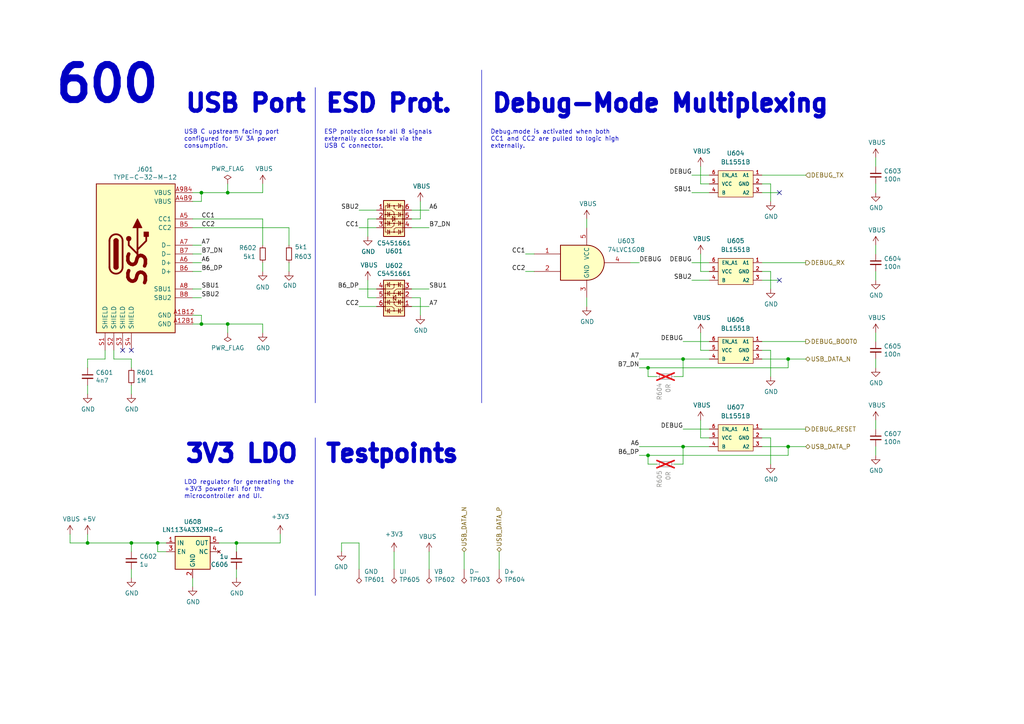
<source format=kicad_sch>
(kicad_sch (version 20231120) (generator "eeschema") (generator_version "8.0")
  (paper "A4")
  (lib_symbols
    (symbol "74xGxx:74LVC1G08"
      (property "Reference" "U" (at -5.08 7.62 0))
      (property "Value" "74LVC1G08" (at 7.62 -7.62 0))
      (symbol "74LVC1G08_0_1"
        (arc (start 0 -5.08) (mid 5.0579 0) (end 0 5.08) (stroke (width 0.254)) (fill (type background)))
        (polyline (pts (xy 0 -5.08) (xy -7.62 -5.08) (xy -7.62 5.08) (xy 0 5.08)) (stroke (width 0.254)) (fill (type background)))
      )
      (symbol "74LVC1G08_1_1"
        (pin input line (at -15.24 2.54 0) (length 7.62) (name "~") (number "1"))
        (pin input line (at -15.24 -2.54 0) (length 7.62) (name "~") (number "2"))
        (pin power_in line (at 0 -10.16 90) (length 5.08) (name "GND") (number "3"))
        (pin output line (at 12.7 0 180) (length 7.62) (name "~") (number "4"))
        (pin power_in line (at 0 10.16 270) (length 5.08) (name "VCC") (number "5"))
      )
    )
    (symbol "Connector:TestPoint_Alt" (pin_numbers hide) (pin_names (offset 0.762) hide)
      (property "Reference" "TP" (at 0 6.858 0))
      (property "Value" "TestPoint_Alt" (at 0 5.08 0))
      (symbol "TestPoint_Alt_0_1"
        (polyline (pts (xy 0 2.54) (xy -0.762 3.302) (xy 0 4.064) (xy 0.762 3.302) (xy 0 2.54)))
      )
      (symbol "TestPoint_Alt_1_1"
        (pin passive line (at 0 0 90) (length 2.54) (name "1") (number "1"))
      )
    )
    (symbol "power:+3V3" (power) (pin_names (offset 0))
      (property "Value" "+3V3" (at 0 3.556 0))
      (symbol "+3V3_0_1"
        (polyline (pts (xy -0.762 1.27) (xy 0 2.54)))
        (polyline (pts (xy 0 0) (xy 0 2.54)))
        (polyline (pts (xy 0 2.54) (xy 0.762 1.27)))
      )
      (symbol "+3V3_1_1"
        (pin power_in line (at 0 0 90) (length 0) hide (name "+3V3") (number "1"))
      )
    )
    (symbol "power:+5V" (power) (pin_names (offset 0))
      (property "Value" "+5V" (at 0 3.556 0))
      (symbol "+5V_0_1"
        (polyline (pts (xy -0.762 1.27) (xy 0 2.54)))
        (polyline (pts (xy 0 0) (xy 0 2.54)))
        (polyline (pts (xy 0 2.54) (xy 0.762 1.27)))
      )
      (symbol "+5V_1_1"
        (pin power_in line (at 0 0 90) (length 0) hide (name "+5V") (number "1"))
      )
    )
    (symbol "power:GND" (power) (pin_names (offset 0))
      (property "Value" "GND" (at 0 -3.81 0))
      (symbol "GND_0_1"
        (polyline (pts (xy 0 0) (xy 0 -1.27) (xy 1.27 -1.27) (xy 0 -2.54) (xy -1.27 -1.27) (xy 0 -1.27)))
      )
      (symbol "GND_1_1"
        (pin power_in line (at 0 0 270) (length 0) hide (name "GND") (number "1"))
      )
    )
    (symbol "power:PWR_FLAG" (power) (pin_numbers hide) (pin_names (offset 0) hide)
      (property "Value" "PWR_FLAG" (at 0 3.81 0))
      (symbol "PWR_FLAG_0_0"
        (pin power_out line (at 0 0 90) (length 0) (name "pwr") (number "1"))
      )
      (symbol "PWR_FLAG_0_1"
        (polyline (pts (xy 0 0) (xy 0 1.27) (xy -1.016 1.905) (xy 0 2.54) (xy 1.016 1.905) (xy 0 1.27)))
      )
    )
    (symbol "power:VBUS" (power) (pin_names (offset 0))
      (property "Value" "VBUS" (at 0 3.81 0))
      (symbol "VBUS_0_1"
        (polyline (pts (xy -0.762 1.27) (xy 0 2.54)))
        (polyline (pts (xy 0 0) (xy 0 2.54)))
        (polyline (pts (xy 0 2.54) (xy 0.762 1.27)))
      )
      (symbol "VBUS_1_1"
        (pin power_in line (at 0 0 90) (length 0) hide (name "VBUS") (number "1"))
      )
    )
    (symbol "suku_basics:BL1551B" (pin_names (offset 1.016))
      (property "Reference" "U" (at 0 5.08 0))
      (property "Value" "BL1551B" (at 0 -5.08 0))
      (symbol "BL1551B_0_1"
        (rectangle (start -5.08 3.81) (end 5.08 -3.81) (fill (type background)))
      )
      (symbol "BL1551B_1_1"
        (pin bidirectional line (at -7.62 2.54 0) (length 2.54) (name "A1") (number "1"))
        (pin power_in line (at -7.62 0 0) (length 2.54) (name "GND") (number "2"))
        (pin bidirectional line (at -7.62 -2.54 0) (length 2.54) (name "A2") (number "3"))
        (pin bidirectional line (at 7.62 -2.54 180) (length 2.54) (name "B") (number "4"))
        (pin power_in line (at 7.62 0 180) (length 2.54) (name "VCC") (number "5"))
        (pin input line (at 7.62 2.54 180) (length 2.54) (name "EN_A1") (number "6"))
      )
    )
    (symbol "suku_basics:CAP" (pin_numbers hide) (pin_names (offset 0.254) hide)
      (property "Reference" "C" (at 0.254 1.778 0))
      (property "Value" "CAP" (at 0.254 -2.032 0))
      (symbol "CAP_0_1"
        (polyline (pts (xy -1.524 -0.508) (xy 1.524 -0.508)) (stroke (width 0.3302)))
        (polyline (pts (xy -1.524 0.508) (xy 1.524 0.508)) (stroke (width 0.3048)))
      )
      (symbol "CAP_1_1"
        (pin passive line (at 0 2.54 270) (length 2.032) (name "~") (number "1"))
        (pin passive line (at 0 -2.54 90) (length 2.032) (name "~") (number "2"))
      )
    )
    (symbol "suku_basics:RES" (pin_numbers hide) (pin_names (offset 0.254) hide)
      (property "Reference" "R" (at 0.762 0.508 0))
      (property "Value" "RES" (at 0.762 -1.016 0))
      (symbol "RES_1_1"
        (rectangle (start -0.762 1.778) (end 0.762 -1.778) (stroke (width 0.2032)))
        (pin passive line (at 0 2.54 270) (length 0.762) (name "~") (number "1"))
        (pin passive line (at 0 -2.54 90) (length 0.762) (name "~") (number "2"))
      )
    )
    (symbol "suku_basics:USB_C_TYPE-C-32-M-12" (pin_names (offset 1.016))
      (property "Reference" "J" (at -10.16 44.45 0))
      (property "Value" "TYPE-C-32-M-12" (at 10.16 44.45 0))
      (symbol "USB_C_TYPE-C-32-M-12_0_0"
        (text "SS" (at -0.762 -4.445 900) (effects (font (size 5.08 5.08) (bold yes) (italic yes))))
      )
      (symbol "USB_C_TYPE-C-32-M-12_0_1"
        (rectangle (start -12.7 20.32) (end 10.16 -22.86) (stroke (width 0.254)) (fill (type background)))
        (arc (start -8.89 -3.81) (mid -6.985 -5.7067) (end -5.08 -3.81) (stroke (width 0.508)))
        (arc (start -7.62 -3.81) (mid -6.985 -4.4423) (end -6.35 -3.81) (stroke (width 0.254)))
        (arc (start -7.62 -3.81) (mid -6.985 -4.4423) (end -6.35 -3.81) (stroke (width 0.254)) (fill (type outline)))
        (rectangle (start -7.62 -3.81) (end -6.35 3.81) (stroke (width 0.254)) (fill (type outline)))
        (arc (start -6.35 3.81) (mid -6.985 4.4423) (end -7.62 3.81) (stroke (width 0.254)))
        (arc (start -6.35 3.81) (mid -6.985 4.4423) (end -7.62 3.81) (stroke (width 0.254)) (fill (type outline)))
        (arc (start -5.08 3.81) (mid -6.985 5.7067) (end -8.89 3.81) (stroke (width 0.508)))
        (circle (center -3.302 4.445) (radius 0.635) (stroke (width 0.254)) (fill (type outline)))
        (polyline (pts (xy -8.89 -3.81) (xy -8.89 3.81)) (stroke (width 0.508)))
        (polyline (pts (xy -5.08 3.81) (xy -5.08 -3.81)) (stroke (width 0.508)))
        (polyline (pts (xy -0.762 -1.27) (xy -0.762 7.62)) (stroke (width 0.508)))
        (polyline (pts (xy -0.762 0) (xy -3.302 2.54) (xy -3.302 3.81)) (stroke (width 0.508)))
        (polyline (pts (xy -0.762 1.27) (xy 1.778 3.81) (xy 1.778 5.08)) (stroke (width 0.508)))
        (polyline (pts (xy -2.032 7.62) (xy -0.762 10.16) (xy 0.508 7.62) (xy -2.032 7.62)) (stroke (width 0.254)) (fill (type outline)))
        (rectangle (start 1.143 5.08) (end 2.413 6.35) (stroke (width 0.254)) (fill (type outline)))
      )
      (symbol "USB_C_TYPE-C-32-M-12_1_1"
        (pin power_in line (at 15.24 -20.32 180) (length 5.08) (name "GND") (number "A12B1"))
        (pin power_in line (at 15.24 -17.78 180) (length 5.08) (name "GND") (number "A1B12"))
        (pin power_in line (at 15.24 15.24 180) (length 5.08) (name "VBUS") (number "A4B9"))
        (pin bidirectional line (at 15.24 10.16 180) (length 5.08) (name "CC1") (number "A5"))
        (pin bidirectional line (at 15.24 -2.54 180) (length 5.08) (name "D+") (number "A6"))
        (pin bidirectional line (at 15.24 2.54 180) (length 5.08) (name "D-") (number "A7"))
        (pin bidirectional line (at 15.24 -10.16 180) (length 5.08) (name "SBU1") (number "A8"))
        (pin power_in line (at 15.24 17.78 180) (length 5.08) (name "VBUS") (number "A9B4"))
        (pin bidirectional line (at 15.24 7.62 180) (length 5.08) (name "CC2") (number "B5"))
        (pin bidirectional line (at 15.24 -5.08 180) (length 5.08) (name "D+") (number "B6"))
        (pin bidirectional line (at 15.24 0 180) (length 5.08) (name "D-") (number "B7"))
        (pin bidirectional line (at 15.24 -12.7 180) (length 5.08) (name "SBU2") (number "B8"))
        (pin passive line (at -10.16 -27.94 90) (length 5.08) (name "SHIELD") (number "S1"))
        (pin passive line (at -7.62 -27.94 90) (length 5.08) (name "SHIELD") (number "S2"))
        (pin passive line (at -5.08 -27.94 90) (length 5.08) (name "SHIELD") (number "S3"))
        (pin passive line (at -2.54 -27.94 90) (length 5.08) (name "SHIELD") (number "S4"))
      )
    )
    (symbol "suku_basics:U_ESD_4ch"
      (property "Reference" "U" (at -6.985 -2.54 0))
      (property "Value" "U_ESD_4ch" (at 6.35 1.27 90))
      (symbol "U_ESD_4ch_0_1"
        (rectangle (start -5.334 3.048) (end 5.08 -3.048) (stroke (width 0.254)) (fill (type background)))
        (circle (center -3.81 0) (radius 0.127))
        (circle (center -3.81 0) (radius 0.127))
        (circle (center -1.27 -2.54) (radius 0.127))
        (circle (center -1.27 -2.54) (radius 0.127))
        (circle (center -1.27 0) (radius 0.127))
        (circle (center -1.27 0) (radius 0.127))
        (circle (center -1.27 2.54) (radius 0.127))
        (circle (center -1.27 2.54) (radius 0.127))
        (circle (center 0 -2.54) (radius 0.127))
        (circle (center 0 -2.54) (radius 0.127))
        (polyline (pts (xy -4.445 -1.27) (xy -3.175 -1.27)))
        (polyline (pts (xy -4.445 -1.27) (xy -3.175 -1.27)))
        (polyline (pts (xy -4.445 1.905) (xy -3.175 1.905)))
        (polyline (pts (xy -3.81 -2.54) (xy -3.81 -0.635)))
        (polyline (pts (xy -3.81 -2.54) (xy 3.81 -2.54)))
        (polyline (pts (xy -3.81 -0.635) (xy -3.81 0.635)))
        (polyline (pts (xy -3.81 0.635) (xy -3.81 2.54)))
        (polyline (pts (xy -3.81 2.54) (xy 3.81 2.54)))
        (polyline (pts (xy -3.81 2.54) (xy 3.81 2.54)))
        (polyline (pts (xy -1.905 -1.27) (xy -0.635 -1.27)))
        (polyline (pts (xy -1.905 -1.27) (xy -0.635 -1.27)))
        (polyline (pts (xy -1.905 1.905) (xy -0.635 1.905)))
        (polyline (pts (xy -1.27 -2.54) (xy -1.27 -0.635)))
        (polyline (pts (xy -1.27 -2.54) (xy -1.27 -0.635)))
        (polyline (pts (xy -1.27 0.635) (xy -1.27 -0.635)))
        (polyline (pts (xy -1.27 0.635) (xy -1.27 2.54)))
        (polyline (pts (xy 0 -0.889) (xy 0 -3.81)))
        (polyline (pts (xy 0 -0.889) (xy 0 1.016)))
        (polyline (pts (xy 0 -0.889) (xy 0 1.016)))
        (polyline (pts (xy 0 1.016) (xy 0 3.81)))
        (polyline (pts (xy 0.635 -1.27) (xy 1.905 -1.27)))
        (polyline (pts (xy 0.635 -1.27) (xy 1.905 -1.27)))
        (polyline (pts (xy 0.635 1.905) (xy 1.905 1.905)))
        (polyline (pts (xy 1.27 -2.54) (xy 1.27 -0.635)))
        (polyline (pts (xy 1.27 -2.54) (xy 1.27 -0.635)))
        (polyline (pts (xy 1.27 0.635) (xy 1.27 -0.635)))
        (polyline (pts (xy 1.27 0.635) (xy 1.27 2.54)))
        (polyline (pts (xy 3.175 -1.27) (xy 4.445 -1.27)))
        (polyline (pts (xy 3.175 -1.27) (xy 4.445 -1.27)))
        (polyline (pts (xy 3.175 1.905) (xy 4.445 1.905)))
        (polyline (pts (xy 3.81 -2.54) (xy 3.81 -0.635)))
        (polyline (pts (xy 3.81 0.635) (xy 3.81 -0.635)))
        (polyline (pts (xy 3.81 0.635) (xy 3.81 2.54)))
        (polyline (pts (xy 0.762 0.254) (xy -0.762 0.254) (xy -0.762 0)))
        (polyline (pts (xy -4.445 -1.905) (xy -3.175 -1.905) (xy -3.81 -1.27) (xy -4.445 -1.905)))
        (polyline (pts (xy -4.445 1.27) (xy -3.175 1.27) (xy -3.81 1.905) (xy -4.445 1.27)))
        (polyline (pts (xy -2.54 -3.81) (xy -2.54 -0.762) (xy -1.905 0) (xy -1.27 0)))
        (polyline (pts (xy -2.54 3.81) (xy -2.54 0.635) (xy -3.048 0) (xy -3.937 0)))
        (polyline (pts (xy -1.905 -1.905) (xy -0.635 -1.905) (xy -1.27 -1.27) (xy -1.905 -1.905)))
        (polyline (pts (xy -1.905 1.27) (xy -0.635 1.27) (xy -1.27 1.905) (xy -1.905 1.27)))
        (polyline (pts (xy -0.762 -0.508) (xy 0.762 -0.508) (xy 0 0.254) (xy -0.762 -0.508)))
        (polyline (pts (xy -0.762 -0.508) (xy 0.762 -0.508) (xy 0 0.254) (xy -0.762 -0.508)))
        (polyline (pts (xy 0.635 -1.905) (xy 1.905 -1.905) (xy 1.27 -1.27) (xy 0.635 -1.905)))
        (polyline (pts (xy 0.635 1.27) (xy 1.905 1.27) (xy 1.27 1.905) (xy 0.635 1.27)))
        (polyline (pts (xy 2.54 -3.81) (xy 2.54 -0.762) (xy 1.905 0) (xy 1.143 0)))
        (polyline (pts (xy 2.54 3.81) (xy 2.54 0.508) (xy 2.921 0) (xy 3.81 0)))
        (polyline (pts (xy 3.175 -1.905) (xy 4.445 -1.905) (xy 3.81 -1.27) (xy 3.175 -1.905)))
        (polyline (pts (xy 3.175 1.27) (xy 4.445 1.27) (xy 3.81 1.905) (xy 3.175 1.27)))
        (circle (center 0 2.54) (radius 0.127))
        (circle (center 0 2.54) (radius 0.127))
        (circle (center 1.27 -2.54) (radius 0.127))
        (circle (center 1.27 -2.54) (radius 0.127))
        (circle (center 1.27 0) (radius 0.127))
        (circle (center 1.27 0) (radius 0.127))
        (circle (center 1.27 2.54) (radius 0.127))
        (circle (center 1.27 2.54) (radius 0.127))
        (circle (center 3.81 0) (radius 0.127))
        (circle (center 3.81 0) (radius 0.127))
      )
      (symbol "U_ESD_4ch_1_1"
        (pin passive line (at -2.54 -5.08 90) (length 2.54) (name "~") (number "1"))
        (pin passive line (at 0 -5.08 90) (length 2.54) (name "~") (number "2"))
        (pin passive line (at 2.54 -5.08 90) (length 2.54) (name "~") (number "3"))
        (pin passive line (at 2.54 5.08 270) (length 2.54) (name "~") (number "4"))
        (pin passive line (at 0 5.08 270) (length 2.54) (name "~") (number "5"))
        (pin passive line (at -2.54 5.08 270) (length 2.54) (name "~") (number "6"))
      )
    )
    (symbol "suku_basics:U_REGULATOR_SOT23-5"
      (property "Reference" "U" (at -3.81 5.715 0))
      (property "Value" "U_REGULATOR_SOT23-5" (at 0 5.715 0))
      (symbol "U_REGULATOR_SOT23-5_0_1"
        (rectangle (start -5.08 4.445) (end 5.08 -5.08) (stroke (width 0.254)) (fill (type background)))
      )
      (symbol "U_REGULATOR_SOT23-5_1_1"
        (pin power_in line (at -7.62 2.54 0) (length 2.54) (name "IN") (number "1"))
        (pin power_in line (at 0 -7.62 90) (length 2.54) (name "GND") (number "2"))
        (pin input line (at -7.62 0 0) (length 2.54) (name "EN") (number "3"))
        (pin no_connect line (at 7.62 0 180) (length 2.54) (name "NC") (number "4"))
        (pin power_out line (at 7.62 2.54 180) (length 2.54) (name "OUT") (number "5"))
      )
    )
  )
  (junction (at 228.6 129.54))
  (junction (at 187.96 106.68))
  (junction (at 58.42 93.98))
  (junction (at 198.12 129.54))
  (junction (at 58.42 55.88))
  (junction (at 45.72 157.48))
  (junction (at 66.04 93.98))
  (junction (at 68.58 157.48))
  (junction (at 228.6 104.14))
  (junction (at 25.4 157.48))
  (junction (at 198.12 104.14))
  (junction (at 38.1 157.48))
  (junction (at 187.96 132.08))
  (junction (at 66.04 55.88))
  (no_connect (at 38.1 101.6))
  (no_connect (at 226.06 55.88))
  (no_connect (at 35.56 101.6))
  (no_connect (at 226.06 81.28))
  (wire (pts (xy 76.2 71.12) (xy 76.2 63.5)))
  (wire (pts (xy 223.52 53.34) (xy 220.98 53.34)))
  (wire (pts (xy 203.2 53.34) (xy 205.74 53.34)))
  (wire (pts (xy 200.66 55.88) (xy 205.74 55.88)))
  (wire (pts (xy 198.12 104.14) (xy 205.74 104.14)))
  (polyline (pts (xy 91.44 127) (xy 91.44 172.72)))
  (wire (pts (xy 25.4 157.48) (xy 38.1 157.48)))
  (wire (pts (xy 55.88 91.44) (xy 58.42 91.44)))
  (wire (pts (xy 106.68 63.5) (xy 109.22 63.5)))
  (wire (pts (xy 220.98 76.2) (xy 233.68 76.2)))
  (wire (pts (xy 104.14 157.48) (xy 104.14 165.1)))
  (wire (pts (xy 119.38 83.82) (xy 124.46 83.82)))
  (wire (pts (xy 99.06 157.48) (xy 104.14 157.48)))
  (wire (pts (xy 170.18 63.5) (xy 170.18 66.04)))
  (wire (pts (xy 144.78 165.1) (xy 144.78 160.02)))
  (wire (pts (xy 190.5 109.22) (xy 187.96 109.22)))
  (wire (pts (xy 83.82 71.12) (xy 83.82 66.04)))
  (wire (pts (xy 68.58 165.1) (xy 68.58 167.64)))
  (wire (pts (xy 76.2 96.52) (xy 76.2 93.98)))
  (wire (pts (xy 198.12 129.54) (xy 205.74 129.54)))
  (wire (pts (xy 114.3 160.02) (xy 114.3 165.1)))
  (wire (pts (xy 68.58 157.48) (xy 68.58 160.02)))
  (wire (pts (xy 254 45.72) (xy 254 48.26)))
  (wire (pts (xy 38.1 157.48) (xy 38.1 160.02)))
  (wire (pts (xy 104.14 88.9) (xy 109.22 88.9)))
  (wire (pts (xy 200.66 50.8) (xy 205.74 50.8)))
  (wire (pts (xy 20.32 157.48) (xy 20.32 154.94)))
  (wire (pts (xy 203.2 127) (xy 205.74 127)))
  (wire (pts (xy 203.2 78.74) (xy 205.74 78.74)))
  (wire (pts (xy 119.38 66.04) (xy 124.46 66.04)))
  (wire (pts (xy 20.32 157.48) (xy 25.4 157.48)))
  (wire (pts (xy 187.96 134.62) (xy 187.96 132.08)))
  (wire (pts (xy 104.14 66.04) (xy 109.22 66.04)))
  (wire (pts (xy 48.26 160.02) (xy 45.72 160.02)))
  (wire (pts (xy 200.66 81.28) (xy 205.74 81.28)))
  (wire (pts (xy 58.42 58.42) (xy 58.42 55.88)))
  (wire (pts (xy 38.1 114.3) (xy 38.1 111.76)))
  (wire (pts (xy 58.42 93.98) (xy 58.42 91.44)))
  (wire (pts (xy 106.68 86.36) (xy 109.22 86.36)))
  (wire (pts (xy 228.6 129.54) (xy 233.68 129.54)))
  (wire (pts (xy 228.6 106.68) (xy 228.6 104.14)))
  (wire (pts (xy 81.28 154.94) (xy 81.28 157.48)))
  (wire (pts (xy 104.14 60.96) (xy 109.22 60.96)))
  (wire (pts (xy 223.52 78.74) (xy 220.98 78.74)))
  (wire (pts (xy 55.88 93.98) (xy 58.42 93.98)))
  (wire (pts (xy 55.88 58.42) (xy 58.42 58.42)))
  (wire (pts (xy 66.04 55.88) (xy 76.2 55.88)))
  (wire (pts (xy 119.38 63.5) (xy 121.92 63.5)))
  (wire (pts (xy 254 129.54) (xy 254 132.08)))
  (wire (pts (xy 170.18 86.36) (xy 170.18 88.9)))
  (wire (pts (xy 254 104.14) (xy 254 106.68)))
  (wire (pts (xy 76.2 93.98) (xy 66.04 93.98)))
  (wire (pts (xy 254 53.34) (xy 254 55.88)))
  (wire (pts (xy 58.42 55.88) (xy 66.04 55.88)))
  (wire (pts (xy 45.72 157.48) (xy 48.26 157.48)))
  (wire (pts (xy 119.38 86.36) (xy 121.92 86.36)))
  (polyline (pts (xy 139.7 20.32) (xy 139.7 116.84)))
  (wire (pts (xy 55.88 83.82) (xy 58.42 83.82)))
  (wire (pts (xy 203.2 101.6) (xy 205.74 101.6)))
  (wire (pts (xy 195.58 109.22) (xy 198.12 109.22)))
  (wire (pts (xy 25.4 106.68) (xy 25.4 104.14)))
  (wire (pts (xy 203.2 121.92) (xy 203.2 127)))
  (wire (pts (xy 121.92 86.36) (xy 121.92 91.44)))
  (wire (pts (xy 223.52 127) (xy 220.98 127)))
  (wire (pts (xy 55.88 73.66) (xy 58.42 73.66)))
  (wire (pts (xy 190.5 134.62) (xy 187.96 134.62)))
  (wire (pts (xy 220.98 124.46) (xy 233.68 124.46)))
  (wire (pts (xy 55.88 71.12) (xy 58.42 71.12)))
  (wire (pts (xy 228.6 104.14) (xy 233.68 104.14)))
  (wire (pts (xy 185.42 132.08) (xy 187.96 132.08)))
  (wire (pts (xy 106.68 63.5) (xy 106.68 68.58)))
  (wire (pts (xy 223.52 101.6) (xy 220.98 101.6)))
  (wire (pts (xy 198.12 124.46) (xy 205.74 124.46)))
  (wire (pts (xy 152.4 73.66) (xy 154.94 73.66)))
  (wire (pts (xy 55.88 66.04) (xy 83.82 66.04)))
  (wire (pts (xy 55.88 63.5) (xy 76.2 63.5)))
  (wire (pts (xy 99.06 160.02) (xy 99.06 157.48)))
  (wire (pts (xy 254 121.92) (xy 254 124.46)))
  (wire (pts (xy 223.52 53.34) (xy 223.52 58.42)))
  (wire (pts (xy 119.38 88.9) (xy 124.46 88.9)))
  (wire (pts (xy 38.1 104.14) (xy 38.1 106.68)))
  (wire (pts (xy 187.96 132.08) (xy 228.6 132.08)))
  (wire (pts (xy 198.12 134.62) (xy 198.12 129.54)))
  (wire (pts (xy 198.12 109.22) (xy 198.12 104.14)))
  (wire (pts (xy 68.58 157.48) (xy 81.28 157.48)))
  (wire (pts (xy 203.2 48.26) (xy 203.2 53.34)))
  (wire (pts (xy 121.92 58.42) (xy 121.92 63.5)))
  (wire (pts (xy 187.96 109.22) (xy 187.96 106.68)))
  (wire (pts (xy 254 96.52) (xy 254 99.06)))
  (wire (pts (xy 55.88 55.88) (xy 58.42 55.88)))
  (wire (pts (xy 45.72 160.02) (xy 45.72 157.48)))
  (wire (pts (xy 119.38 60.96) (xy 124.46 60.96)))
  (wire (pts (xy 25.4 154.94) (xy 25.4 157.48)))
  (polyline (pts (xy 91.44 25.4) (xy 91.44 116.84)))
  (wire (pts (xy 200.66 76.2) (xy 205.74 76.2)))
  (wire (pts (xy 182.88 76.2) (xy 185.42 76.2)))
  (wire (pts (xy 76.2 55.88) (xy 76.2 53.34)))
  (wire (pts (xy 203.2 96.52) (xy 203.2 101.6)))
  (wire (pts (xy 55.88 167.64) (xy 55.88 170.18)))
  (wire (pts (xy 38.1 165.1) (xy 38.1 167.64)))
  (wire (pts (xy 55.88 86.36) (xy 58.42 86.36)))
  (wire (pts (xy 223.52 101.6) (xy 223.52 109.22)))
  (wire (pts (xy 223.52 134.62) (xy 223.52 127)))
  (wire (pts (xy 83.82 78.74) (xy 83.82 76.2)))
  (wire (pts (xy 220.98 55.88) (xy 226.06 55.88)))
  (wire (pts (xy 187.96 106.68) (xy 228.6 106.68)))
  (wire (pts (xy 30.48 101.6) (xy 30.48 104.14)))
  (wire (pts (xy 152.4 78.74) (xy 154.94 78.74)))
  (wire (pts (xy 55.88 76.2) (xy 58.42 76.2)))
  (wire (pts (xy 185.42 106.68) (xy 187.96 106.68)))
  (wire (pts (xy 25.4 104.14) (xy 30.48 104.14)))
  (wire (pts (xy 25.4 114.3) (xy 25.4 111.76)))
  (wire (pts (xy 220.98 99.06) (xy 233.68 99.06)))
  (wire (pts (xy 55.88 78.74) (xy 58.42 78.74)))
  (wire (pts (xy 66.04 93.98) (xy 66.04 96.52)))
  (wire (pts (xy 220.98 104.14) (xy 228.6 104.14)))
  (wire (pts (xy 223.52 83.82) (xy 223.52 78.74)))
  (wire (pts (xy 66.04 93.98) (xy 58.42 93.98)))
  (wire (pts (xy 195.58 134.62) (xy 198.12 134.62)))
  (wire (pts (xy 203.2 73.66) (xy 203.2 78.74)))
  (wire (pts (xy 254 71.12) (xy 254 73.66)))
  (wire (pts (xy 33.02 101.6) (xy 33.02 104.14)))
  (wire (pts (xy 66.04 53.34) (xy 66.04 55.88)))
  (wire (pts (xy 124.46 160.02) (xy 124.46 165.1)))
  (wire (pts (xy 220.98 81.28) (xy 226.06 81.28)))
  (wire (pts (xy 63.5 157.48) (xy 68.58 157.48)))
  (wire (pts (xy 220.98 50.8) (xy 233.68 50.8)))
  (wire (pts (xy 228.6 132.08) (xy 228.6 129.54)))
  (wire (pts (xy 76.2 78.74) (xy 76.2 76.2)))
  (wire (pts (xy 134.62 165.1) (xy 134.62 160.02)))
  (wire (pts (xy 185.42 104.14) (xy 198.12 104.14)))
  (wire (pts (xy 106.68 81.28) (xy 106.68 86.36)))
  (wire (pts (xy 45.72 157.48) (xy 38.1 157.48)))
  (wire (pts (xy 104.14 83.82) (xy 109.22 83.82)))
  (wire (pts (xy 220.98 129.54) (xy 228.6 129.54)))
  (wire (pts (xy 198.12 99.06) (xy 205.74 99.06)))
  (wire (pts (xy 33.02 104.14) (xy 38.1 104.14)))
  (wire (pts (xy 185.42 129.54) (xy 198.12 129.54)))
  (wire (pts (xy 254 78.74) (xy 254 81.28)))
  (text "Debug.mode is activated when both \nCC1 and CC2 are pulled to logic high \nexternally." (at 142.24 43.18 0) (effects (font (size 1.27 1.27)) (justify left bottom)))
  (text "ESP protection for all 8 signals\nexternally accessable via the\nUSB C connector." (at 93.98 43.18 0) (effects (font (size 1.27 1.27)) (justify left bottom)))
  (text "ESD Prot." (at 93.98 33.02 0) (effects (font (size 5 5) (thickness 2.032) (bold yes)) (justify left bottom)))
  (text "Testpoints" (at 93.98 134.62 0) (effects (font (size 5 5) (thickness 2.032) (bold yes)) (justify left bottom)))
  (text "LDO regulator for generating the \n+3V3 power rail for the \nmicrocontroller and UI." (at 53.34 144.78 0) (effects (font (size 1.27 1.27)) (justify left bottom)))
  (text "USB Port" (at 53.34 33.02 0) (effects (font (size 5 5) (thickness 2.032) (bold yes)) (justify left bottom)))
  (text "3V3 LDO" (at 53.34 134.62 0) (effects (font (size 5 5) (thickness 2.032) (bold yes)) (justify left bottom)))
  (text "USB C upstream facing port\nconfigured for 5V 3A power \nconsumption." (at 53.34 43.18 0) (effects (font (size 1.27 1.27)) (justify left bottom)))
  (text "Debug-Mode Multiplexing" (at 142.24 33.02 0) (effects (font (size 5 5) (thickness 2.032) (bold yes)) (justify left bottom)))
  (text "600" (at 15.24 30.48 0) (effects (font (size 10.16 10.16) (thickness 2.032) (bold yes)) (justify left bottom)))
  (label "DEBUG" (at 200.66 50.8 180))
  (label "DEBUG" (at 198.12 124.46 180))
  (label "B6_DP" (at 58.42 78.74 0))
  (label "CC2" (at 152.4 78.74 180))
  (label "B6_DP" (at 104.14 83.82 180))
  (label "B7_DN" (at 58.42 73.66 0))
  (label "DEBUG" (at 185.42 76.2 0))
  (label "A7" (at 58.42 71.12 0))
  (label "CC1" (at 104.14 66.04 180))
  (label "B7_DN" (at 124.46 66.04 0))
  (label "DEBUG" (at 200.66 76.2 180))
  (label "A6" (at 185.42 129.54 180))
  (label "CC1" (at 152.4 73.66 180))
  (label "A7" (at 185.42 104.14 180))
  (label "CC2" (at 58.42 66.04 0))
  (label "A6" (at 58.42 76.2 0))
  (label "SBU2" (at 58.42 86.36 0))
  (label "A7" (at 124.46 88.9 0))
  (label "A6" (at 124.46 60.96 0))
  (label "SBU2" (at 200.66 81.28 180))
  (label "SBU1" (at 58.42 83.82 0))
  (label "DEBUG" (at 198.12 99.06 180))
  (label "B7_DN" (at 185.42 106.68 180))
  (label "SBU1" (at 200.66 55.88 180))
  (label "B6_DP" (at 185.42 132.08 180))
  (label "SBU2" (at 104.14 60.96 180))
  (label "CC2" (at 104.14 88.9 180))
  (label "SBU1" (at 124.46 83.82 0))
  (label "CC1" (at 58.42 63.5 0))
  (hierarchical_label "DEBUG_RX" (shape output) (at 233.68 76.2 0))
  (hierarchical_label "DEBUG_TX" (shape input) (at 233.68 50.8 0))
  (hierarchical_label "DEBUG_BOOT0" (shape output) (at 233.68 99.06 0))
  (hierarchical_label "DEBUG_RESET" (shape output) (at 233.68 124.46 0))
  (hierarchical_label "USB_DATA_N" (shape bidirectional) (at 233.68 104.14 0))
  (hierarchical_label "USB_DATA_N" (shape bidirectional) (at 134.62 160.02 90))
  (hierarchical_label "USB_DATA_P" (shape bidirectional) (at 144.78 160.02 90))
  (hierarchical_label "USB_DATA_P" (shape bidirectional) (at 233.68 129.54 0))
  (symbol (lib_id "Connector:TestPoint_Alt") (at 144.78 165.1 0) (mirror x) (unit 1)
    (property "Reference" "TP604" (at 146.2532 168.0972 0) (effects (justify left)))
    (property "Value" "D+" (at 146.2532 165.7858 0) (effects (justify left)))
    (property "Footprint" "TestPoint:TestPoint_Pad_D1.0mm" (effects (hide yes)))
  )
  (symbol (lib_id "Connector:TestPoint_Alt") (at 134.62 165.1 0) (mirror x) (unit 1)
    (property "Reference" "TP603" (at 136.0932 168.0972 0) (effects (justify left)))
    (property "Value" "D-" (at 136.0932 165.7858 0) (effects (justify left)))
    (property "Footprint" "TestPoint:TestPoint_Pad_D1.0mm" (effects (hide yes)))
  )
  (symbol (lib_id "Connector:TestPoint_Alt") (at 124.46 165.1 0) (mirror x) (unit 1)
    (property "Reference" "TP602" (at 125.9332 168.0972 0) (effects (justify left)))
    (property "Value" "VB" (at 125.9332 165.7858 0) (effects (justify left)))
    (property "Footprint" "TestPoint:TestPoint_Pad_D1.0mm" (effects (hide yes)))
  )
  (symbol (lib_id "Connector:TestPoint_Alt") (at 104.14 165.1 0) (mirror x) (unit 1)
    (property "Reference" "TP601" (at 105.6132 168.0972 0) (effects (justify left)))
    (property "Value" "GND" (at 105.6132 165.7858 0) (effects (justify left)))
    (property "Footprint" "TestPoint:TestPoint_Pad_1.0x1.0mm" (effects (hide yes)))
  )
  (symbol (lib_id "power:VBUS") (at 124.46 160.02 0) (mirror y) (unit 1)
    (property "Reference" "#PWR0614" (effects (hide yes)))
    (property "Value" "VBUS" (at 124.079 155.6258 0))
  )
  (symbol (lib_id "power:GND") (at 99.06 160.02 0) (mirror y) (unit 1)
    (property "Reference" "#PWR0611" (effects (hide yes)))
    (property "Value" "GND" (at 98.933 164.4142 0))
  )
  (symbol (lib_id "suku_basics:U_REGULATOR_SOT23-5") (at 55.88 160.02 0) (unit 1)
    (property "Reference" "U608" (at 55.88 151.3332 0))
    (property "Value" "LN1134A332MR-G" (at 55.88 153.6446 0))
    (property "Footprint" "suku_basics:SOT-23-5" (effects (hide yes)))
    (property "Datasheet" "http://www.ti.com/lit/ds/symlink/tlv712.pdf" (effects (hide yes)))
  )
  (symbol (lib_id "power:GND") (at 68.58 167.64 0) (unit 1)
    (property "Reference" "#PWR0633" (effects (hide yes)))
    (property "Value" "GND" (at 68.707 172.0342 0))
  )
  (symbol (lib_id "suku_basics:CAP") (at 38.1 162.56 0) (unit 1)
    (property "Reference" "C602" (at 40.4368 161.3916 0) (effects (justify left)))
    (property "Value" "1u" (at 40.4368 163.703 0) (effects (justify left)))
    (property "Footprint" "suku_basics:CAP_0402" (effects (hide yes)))
  )
  (symbol (lib_id "suku_basics:CAP") (at 68.58 162.56 180) (unit 1)
    (property "Reference" "C606" (at 66.2432 163.7284 0) (effects (justify left)))
    (property "Value" "1u" (at 66.2432 161.417 0) (effects (justify left)))
    (property "Footprint" "suku_basics:CAP_0402" (effects (hide yes)))
  )
  (symbol (lib_id "power:+5V") (at 25.4 154.94 0) (unit 1)
    (property "Reference" "#PWR0624" (effects (hide yes)))
    (property "Value" "+5V" (at 25.781 150.5458 0))
  )
  (symbol (lib_id "power:VBUS") (at 20.32 154.94 0) (unit 1)
    (property "Reference" "#PWR0619" (effects (hide yes)))
    (property "Value" "VBUS" (at 20.701 150.5458 0))
  )
  (symbol (lib_id "suku_basics:RES") (at 83.82 73.66 0) (mirror y) (unit 1)
    (property "Reference" "R603" (at 90.424 74.422 0) (effects (justify left)))
    (property "Value" "5k1" (at 89.154 71.628 0) (effects (justify left)))
    (property "Footprint" "suku_basics:RES_0402" (effects (hide yes)))
  )
  (symbol (lib_id "power:GND") (at 83.82 78.74 0) (mirror y) (unit 1)
    (property "Reference" "#PWR0608" (effects (hide yes)))
    (property "Value" "GND" (at 84.074 82.804 0))
  )
  (symbol (lib_id "suku_basics:RES") (at 76.2 73.66 0) (mirror y) (unit 1)
    (property "Reference" "R602" (at 74.422 71.882 0) (effects (justify left)))
    (property "Value" "5k1" (at 74.168 74.422 0) (effects (justify left)))
    (property "Footprint" "suku_basics:RES_0402" (effects (hide yes)))
  )
  (symbol (lib_id "power:GND") (at 76.2 78.74 0) (mirror y) (unit 1)
    (property "Reference" "#PWR0607" (effects (hide yes)))
    (property "Value" "GND" (at 76.2 83.312 0))
  )
  (symbol (lib_id "suku_basics:USB_C_TYPE-C-32-M-12") (at 40.64 73.66 0) (unit 1)
    (property "Reference" "J601" (at 42.0878 49.0982 0))
    (property "Value" "TYPE-C-32-M-12" (at 42.0878 51.4096 0))
    (property "Footprint" "suku_basics:USB_C_Korean_Hroparts_TYPE-C-31-M-12" (effects (hide yes)))
  )
  (symbol (lib_id "power:GND") (at 38.1 114.3 0) (unit 1)
    (property "Reference" "#PWR0602" (effects (hide yes)))
    (property "Value" "GND" (at 38.227 118.6942 0))
  )
  (symbol (lib_id "suku_basics:RES") (at 38.1 109.22 0) (unit 1)
    (property "Reference" "R601" (at 39.5986 108.0516 0) (effects (justify left)))
    (property "Value" "1M" (at 39.5986 110.363 0) (effects (justify left)))
    (property "Footprint" "suku_basics:RES_0402" (effects (hide yes)))
  )
  (symbol (lib_id "power:GND") (at 25.4 114.3 0) (unit 1)
    (property "Reference" "#PWR0601" (effects (hide yes)))
    (property "Value" "GND" (at 25.527 118.6942 0))
  )
  (symbol (lib_id "suku_basics:CAP") (at 25.4 109.22 0) (unit 1)
    (property "Reference" "C601" (at 27.7368 108.0516 0) (effects (justify left)))
    (property "Value" "4n7" (at 27.7368 110.363 0) (effects (justify left)))
    (property "Footprint" "suku_basics:CAP_0402" (effects (hide yes)))
  )
  (symbol (lib_id "power:VBUS") (at 76.2 53.34 0) (unit 1)
    (property "Reference" "#PWR0603" (effects (hide yes)))
    (property "Value" "VBUS" (at 76.581 48.9458 0))
  )
  (symbol (lib_id "power:PWR_FLAG") (at 66.04 53.34 0) (unit 1)
    (property "Reference" "#FLG0601" (effects (hide yes)))
    (property "Value" "PWR_FLAG" (at 66.04 48.9458 0))
  )
  (symbol (lib_id "power:GND") (at 76.2 96.52 0) (unit 1)
    (property "Reference" "#PWR0604" (effects (hide yes)))
    (property "Value" "GND" (at 76.327 100.9142 0))
  )
  (symbol (lib_id "power:PWR_FLAG") (at 66.04 96.52 180) (unit 1)
    (property "Reference" "#FLG0602" (effects (hide yes)))
    (property "Value" "PWR_FLAG" (at 66.04 100.9142 0))
  )
  (symbol (lib_id "suku_basics:BL1551B") (at 213.36 101.6 0) (mirror y) (unit 1)
    (property "Reference" "U606" (at 213.36 92.71 0))
    (property "Value" "BL1551B" (at 213.36 95.25 0))
    (property "Footprint" "suku_basics:SOT-363_SC-70-6" (effects (hide yes)))
    (property "Datasheet" "https://datasheet.lcsc.com/lcsc/2201121900_BL-Shanghai-Belling-BL1551B_C2944066.pdf" (effects (hide yes)))
    (property "Description" "Single Analog Switch" (effects (hide yes)))
  )
  (symbol (lib_id "power:GND") (at 254 55.88 0) (unit 1)
    (property "Reference" "#PWR0627" (effects (hide yes)))
    (property "Value" "GND" (at 254.127 60.2742 0))
  )
  (symbol (lib_id "suku_basics:BL1551B") (at 213.36 53.34 0) (mirror y) (unit 1)
    (property "Reference" "U604" (at 213.36 44.45 0))
    (property "Value" "BL1551B" (at 213.36 46.99 0))
    (property "Footprint" "suku_basics:SOT-363_SC-70-6" (effects (hide yes)))
    (property "Datasheet" "https://datasheet.lcsc.com/lcsc/2201121900_BL-Shanghai-Belling-BL1551B_C2944066.pdf" (effects (hide yes)))
    (property "Description" "Single Analog Switch" (effects (hide yes)))
  )
  (symbol (lib_id "suku_basics:CAP") (at 254 76.2 0) (unit 1)
    (property "Reference" "C604" (at 256.3368 75.0316 0) (effects (justify left)))
    (property "Value" "100n" (at 256.3368 77.343 0) (effects (justify left)))
    (property "Footprint" "suku_basics:CAP_0402" (effects (hide yes)))
  )
  (symbol (lib_id "power:GND") (at 223.52 83.82 0) (unit 1)
    (property "Reference" "#PWR0621" (effects (hide yes)))
    (property "Value" "GND" (at 223.647 88.2142 0))
  )
  (symbol (lib_id "power:GND") (at 254 132.08 0) (unit 1)
    (property "Reference" "#PWR0635" (effects (hide yes)))
    (property "Value" "GND" (at 254.127 136.4742 0))
  )
  (symbol (lib_id "power:VBUS") (at 203.2 73.66 0) (unit 1)
    (property "Reference" "#PWR0616" (effects (hide yes)))
    (property "Value" "VBUS" (at 203.581 69.2658 0))
  )
  (symbol (lib_id "power:+3V3") (at 114.3 160.02 0) (mirror y) (unit 1)
    (property "Reference" "#PWR0637" (effects (hide yes)))
    (property "Value" "+3V3" (at 114.3 154.94 0))
  )
  (symbol (lib_id "suku_basics:CAP") (at 254 127 0) (unit 1)
    (property "Reference" "C607" (at 256.3368 125.8316 0) (effects (justify left)))
    (property "Value" "100n" (at 256.3368 128.143 0) (effects (justify left)))
    (property "Footprint" "suku_basics:CAP_0402" (effects (hide yes)))
  )
  (symbol (lib_id "power:GND") (at 223.52 134.62 0) (unit 1)
    (property "Reference" "#PWR0623" (effects (hide yes)))
    (property "Value" "GND" (at 223.647 139.0142 0))
  )
  (symbol (lib_id "power:GND") (at 55.88 170.18 0) (unit 1)
    (property "Reference" "#PWR0630" (effects (hide yes)))
    (property "Value" "GND" (at 56.007 174.5742 0))
  )
  (symbol (lib_id "suku_basics:RES") (at 193.04 134.62 90) (mirror x) (unit 1) (dnp yes)
    (property "Reference" "R605" (at 191.262 136.398 0) (effects (justify left)))
    (property "Value" "0R" (at 193.802 136.652 0) (effects (justify left)))
    (property "Footprint" "suku_basics:RES_0402" (effects (hide yes)))
  )
  (symbol (lib_id "suku_basics:BL1551B") (at 213.36 127 0) (mirror y) (unit 1)
    (property "Reference" "U607" (at 213.36 118.11 0))
    (property "Value" "BL1551B" (at 213.36 120.65 0))
    (property "Footprint" "suku_basics:SOT-363_SC-70-6" (effects (hide yes)))
    (property "Datasheet" "https://datasheet.lcsc.com/lcsc/2201121900_BL-Shanghai-Belling-BL1551B_C2944066.pdf" (effects (hide yes)))
    (property "Description" "Single Analog Switch" (effects (hide yes)))
  )
  (symbol (lib_id "power:GND") (at 170.18 88.9 0) (unit 1)
    (property "Reference" "#PWR0613" (effects (hide yes)))
    (property "Value" "GND" (at 170.307 93.2942 0))
  )
  (symbol (lib_id "power:GND") (at 38.1 167.64 0) (unit 1)
    (property "Reference" "#PWR0625" (effects (hide yes)))
    (property "Value" "GND" (at 38.227 172.0342 0))
  )
  (symbol (lib_id "power:GND") (at 106.68 68.58 0) (unit 1)
    (property "Reference" "#PWR0605" (effects (hide yes)))
    (property "Value" "GND" (at 106.807 72.9742 0))
  )
  (symbol (lib_id "suku_basics:BL1551B") (at 213.36 78.74 0) (mirror y) (unit 1)
    (property "Reference" "U605" (at 213.36 69.85 0))
    (property "Value" "BL1551B" (at 213.36 72.39 0))
    (property "Footprint" "suku_basics:SOT-363_SC-70-6" (effects (hide yes)))
    (property "Datasheet" "https://datasheet.lcsc.com/lcsc/2201121900_BL-Shanghai-Belling-BL1551B_C2944066.pdf" (effects (hide yes)))
    (property "Description" "Single Analog Switch" (effects (hide yes)))
  )
  (symbol (lib_id "power:VBUS") (at 203.2 96.52 0) (unit 1)
    (property "Reference" "#PWR0617" (effects (hide yes)))
    (property "Value" "VBUS" (at 203.581 92.1258 0))
  )
  (symbol (lib_id "suku_basics:U_ESD_4ch") (at 114.3 63.5 270) (unit 1)
    (property "Reference" "U601" (at 114.3 72.8218 90))
    (property "Value" "C5451661" (at 114.3 70.5104 90))
    (property "Footprint" "suku_basics:SOT-23-6" (effects (hide yes)))
    (property "Datasheet" "http://www.onsemi.com/pub_link/Collateral/NUP4202W1-D.PDF" (effects (hide yes)))
  )
  (symbol (lib_id "power:VBUS") (at 203.2 121.92 0) (unit 1)
    (property "Reference" "#PWR0618" (effects (hide yes)))
    (property "Value" "VBUS" (at 203.581 117.5258 0))
  )
  (symbol (lib_id "power:VBUS") (at 254 121.92 0) (unit 1)
    (property "Reference" "#PWR0634" (effects (hide yes)))
    (property "Value" "VBUS" (at 254.381 117.5258 0))
  )
  (symbol (lib_id "power:VBUS") (at 106.68 81.28 0) (unit 1)
    (property "Reference" "#PWR0606" (effects (hide yes)))
    (property "Value" "VBUS" (at 107.061 76.8858 0))
  )
  (symbol (lib_id "power:VBUS") (at 121.92 58.42 0) (unit 1)
    (property "Reference" "#PWR0609" (effects (hide yes)))
    (property "Value" "VBUS" (at 122.301 54.0258 0))
  )
  (symbol (lib_id "power:VBUS") (at 203.2 48.26 0) (unit 1)
    (property "Reference" "#PWR0615" (effects (hide yes)))
    (property "Value" "VBUS" (at 203.581 43.8658 0))
  )
  (symbol (lib_id "power:VBUS") (at 254 96.52 0) (unit 1)
    (property "Reference" "#PWR0631" (effects (hide yes)))
    (property "Value" "VBUS" (at 254.381 92.1258 0))
  )
  (symbol (lib_id "power:GND") (at 121.92 91.44 0) (unit 1)
    (property "Reference" "#PWR0610" (effects (hide yes)))
    (property "Value" "GND" (at 122.047 95.8342 0))
  )
  (symbol (lib_id "power:VBUS") (at 254 45.72 0) (unit 1)
    (property "Reference" "#PWR0626" (effects (hide yes)))
    (property "Value" "VBUS" (at 254.381 41.3258 0))
  )
  (symbol (lib_id "power:VBUS") (at 170.18 63.5 0) (unit 1)
    (property "Reference" "#PWR0612" (effects (hide yes)))
    (property "Value" "VBUS" (at 170.561 59.1058 0))
  )
  (symbol (lib_id "power:VBUS") (at 254 71.12 0) (unit 1)
    (property "Reference" "#PWR0628" (effects (hide yes)))
    (property "Value" "VBUS" (at 254.381 66.7258 0))
  )
  (symbol (lib_id "power:GND") (at 254 81.28 0) (unit 1)
    (property "Reference" "#PWR0629" (effects (hide yes)))
    (property "Value" "GND" (at 254.127 85.6742 0))
  )
  (symbol (lib_id "suku_basics:CAP") (at 254 50.8 0) (unit 1)
    (property "Reference" "C603" (at 256.3368 49.6316 0) (effects (justify left)))
    (property "Value" "100n" (at 256.3368 51.943 0) (effects (justify left)))
    (property "Footprint" "suku_basics:CAP_0402" (effects (hide yes)))
  )
  (symbol (lib_id "power:+3V3") (at 81.28 154.94 0) (unit 1)
    (property "Reference" "#PWR0636" (effects (hide yes)))
    (property "Value" "+3V3" (at 81.28 149.86 0))
  )
  (symbol (lib_id "power:GND") (at 254 106.68 0) (unit 1)
    (property "Reference" "#PWR0632" (effects (hide yes)))
    (property "Value" "GND" (at 254.127 111.0742 0))
  )
  (symbol (lib_id "Connector:TestPoint_Alt") (at 114.3 165.1 0) (mirror x) (unit 1)
    (property "Reference" "TP605" (at 115.7732 168.0972 0) (effects (justify left)))
    (property "Value" "UI" (at 115.7732 165.7858 0) (effects (justify left)))
    (property "Footprint" "TestPoint:TestPoint_Pad_D1.0mm" (effects (hide yes)))
  )
  (symbol (lib_id "suku_basics:RES") (at 193.04 109.22 90) (mirror x) (unit 1) (dnp yes)
    (property "Reference" "R604" (at 191.262 110.998 0) (effects (justify left)))
    (property "Value" "0R" (at 193.802 111.252 0) (effects (justify left)))
    (property "Footprint" "suku_basics:RES_0402" (effects (hide yes)))
  )
  (symbol (lib_id "power:GND") (at 223.52 58.42 0) (unit 1)
    (property "Reference" "#PWR0620" (effects (hide yes)))
    (property "Value" "GND" (at 223.647 62.8142 0))
  )
  (symbol (lib_id "suku_basics:CAP") (at 254 101.6 0) (unit 1)
    (property "Reference" "C605" (at 256.3368 100.4316 0) (effects (justify left)))
    (property "Value" "100n" (at 256.3368 102.743 0) (effects (justify left)))
    (property "Footprint" "suku_basics:CAP_0402" (effects (hide yes)))
  )
  (symbol (lib_id "suku_basics:U_ESD_4ch") (at 114.3 86.36 90) (unit 1)
    (property "Reference" "U602" (at 114.3 77.0382 90))
    (property "Value" "C5451661" (at 114.3 79.3496 90))
    (property "Footprint" "suku_basics:SOT-23-6" (effects (hide yes)))
    (property "Datasheet" "http://www.onsemi.com/pub_link/Collateral/NUP4202W1-D.PDF" (effects (hide yes)))
  )
  (symbol (lib_id "74xGxx:74LVC1G08") (at 170.18 76.2 0) (unit 1)
    (property "Reference" "U603" (at 181.61 69.8814 0))
    (property "Value" "74LVC1G08" (at 181.61 72.4214 0))
    (property "Footprint" "suku_basics:SOT-23-5-AND-TSSOP5" (effects (hide yes)))
    (property "Datasheet" "https://www.ti.com/lit/ds/symlink/sn74lvc1g08.pdf" (effects (hide yes)))
    (property "Description" "Single AND Gate, Low-Voltage CMOS" (effects (hide yes)))
  )
  (symbol (lib_id "power:GND") (at 223.52 109.22 0) (unit 1)
    (property "Reference" "#PWR0622" (effects (hide yes)))
    (property "Value" "GND" (at 223.647 113.6142 0))
  )
)
</source>
